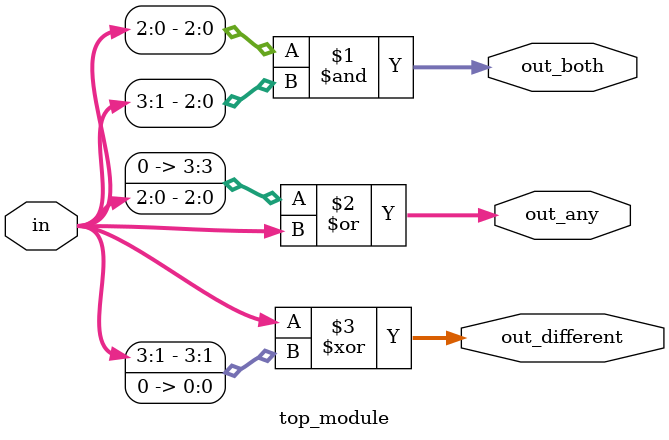
<source format=sv>
module top_module (
    input [3:0] in,
    output [2:0] out_both,
    output [3:0] out_any,
    output [3:0] out_different
);

assign out_both = in[2:0] & in[3:1];
assign out_any = {1'b0, in[2:0]} | in[3:0];
assign out_different = in ^ {in[3:1], 1'b0};

endmodule

</source>
